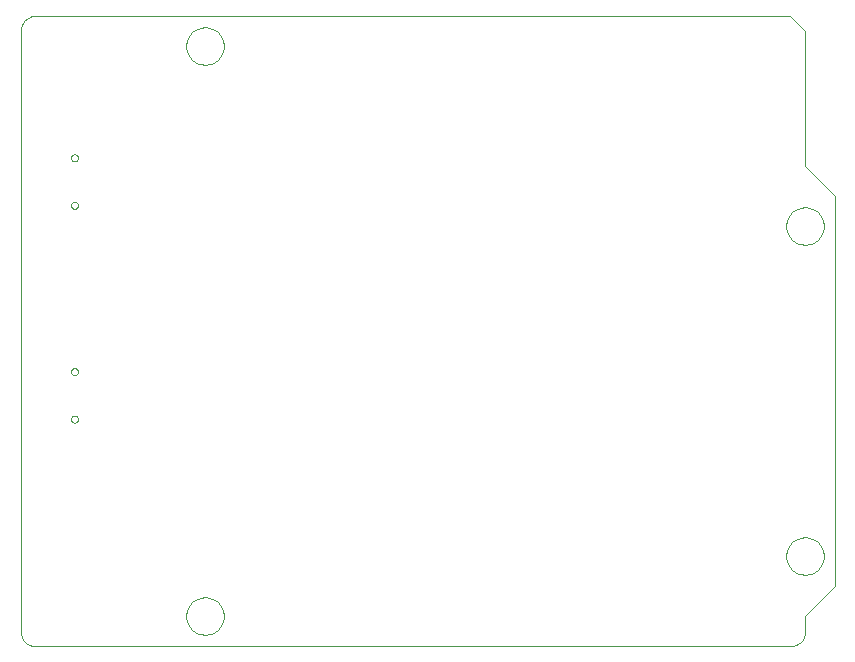
<source format=gbr>
G04 PROTEUS RS274X GERBER FILE*
%FSLAX45Y45*%
%MOMM*%
G01*
%ADD49C,0.025400*%
D49*
X+6800850Y+762000D02*
X+6800320Y+774958D01*
X+6796016Y+800876D01*
X+6787025Y+826794D01*
X+6772380Y+852712D01*
X+6749976Y+878466D01*
X+6724058Y+897958D01*
X+6698140Y+910530D01*
X+6672222Y+917866D01*
X+6646304Y+920694D01*
X+6642100Y+920750D01*
X+6483350Y+762000D02*
X+6483880Y+774958D01*
X+6488184Y+800876D01*
X+6497175Y+826794D01*
X+6511820Y+852712D01*
X+6534224Y+878466D01*
X+6560142Y+897958D01*
X+6586060Y+910530D01*
X+6611978Y+917866D01*
X+6637896Y+920694D01*
X+6642100Y+920750D01*
X+6483350Y+762000D02*
X+6483880Y+749042D01*
X+6488184Y+723124D01*
X+6497175Y+697206D01*
X+6511820Y+671288D01*
X+6534224Y+645534D01*
X+6560142Y+626042D01*
X+6586060Y+613470D01*
X+6611978Y+606134D01*
X+6637896Y+603306D01*
X+6642100Y+603250D01*
X+6800850Y+762000D02*
X+6800320Y+749042D01*
X+6796016Y+723124D01*
X+6787025Y+697206D01*
X+6772380Y+671288D01*
X+6749976Y+645534D01*
X+6724058Y+626042D01*
X+6698140Y+613470D01*
X+6672222Y+606134D01*
X+6646304Y+603306D01*
X+6642100Y+603250D01*
X+6800850Y+3556000D02*
X+6800320Y+3568958D01*
X+6796016Y+3594876D01*
X+6787025Y+3620794D01*
X+6772380Y+3646712D01*
X+6749976Y+3672466D01*
X+6724058Y+3691958D01*
X+6698140Y+3704530D01*
X+6672222Y+3711866D01*
X+6646304Y+3714694D01*
X+6642100Y+3714750D01*
X+6483350Y+3556000D02*
X+6483880Y+3568958D01*
X+6488184Y+3594876D01*
X+6497175Y+3620794D01*
X+6511820Y+3646712D01*
X+6534224Y+3672466D01*
X+6560142Y+3691958D01*
X+6586060Y+3704530D01*
X+6611978Y+3711866D01*
X+6637896Y+3714694D01*
X+6642100Y+3714750D01*
X+6483350Y+3556000D02*
X+6483880Y+3543042D01*
X+6488184Y+3517124D01*
X+6497175Y+3491206D01*
X+6511820Y+3465288D01*
X+6534224Y+3439534D01*
X+6560142Y+3420042D01*
X+6586060Y+3407470D01*
X+6611978Y+3400134D01*
X+6637896Y+3397306D01*
X+6642100Y+3397250D01*
X+6800850Y+3556000D02*
X+6800320Y+3543042D01*
X+6796016Y+3517124D01*
X+6787025Y+3491206D01*
X+6772380Y+3465288D01*
X+6749976Y+3439534D01*
X+6724058Y+3420042D01*
X+6698140Y+3407470D01*
X+6672222Y+3400134D01*
X+6646304Y+3397306D01*
X+6642100Y+3397250D01*
X+1720850Y+5080000D02*
X+1720320Y+5092958D01*
X+1716016Y+5118876D01*
X+1707025Y+5144794D01*
X+1692380Y+5170712D01*
X+1669976Y+5196466D01*
X+1644058Y+5215958D01*
X+1618140Y+5228530D01*
X+1592222Y+5235866D01*
X+1566304Y+5238694D01*
X+1562100Y+5238750D01*
X+1403350Y+5080000D02*
X+1403880Y+5092958D01*
X+1408184Y+5118876D01*
X+1417175Y+5144794D01*
X+1431820Y+5170712D01*
X+1454224Y+5196466D01*
X+1480142Y+5215958D01*
X+1506060Y+5228530D01*
X+1531978Y+5235866D01*
X+1557896Y+5238694D01*
X+1562100Y+5238750D01*
X+1403350Y+5080000D02*
X+1403880Y+5067042D01*
X+1408184Y+5041124D01*
X+1417175Y+5015206D01*
X+1431820Y+4989288D01*
X+1454224Y+4963534D01*
X+1480142Y+4944042D01*
X+1506060Y+4931470D01*
X+1531978Y+4924134D01*
X+1557896Y+4921306D01*
X+1562100Y+4921250D01*
X+1720850Y+5080000D02*
X+1720320Y+5067042D01*
X+1716016Y+5041124D01*
X+1707025Y+5015206D01*
X+1692380Y+4989288D01*
X+1669976Y+4963534D01*
X+1644058Y+4944042D01*
X+1618140Y+4931470D01*
X+1592222Y+4924134D01*
X+1566304Y+4921306D01*
X+1562100Y+4921250D01*
X+1720850Y+254000D02*
X+1720320Y+266958D01*
X+1716016Y+292876D01*
X+1707025Y+318794D01*
X+1692380Y+344712D01*
X+1669976Y+370466D01*
X+1644058Y+389958D01*
X+1618140Y+402530D01*
X+1592222Y+409866D01*
X+1566304Y+412694D01*
X+1562100Y+412750D01*
X+1403350Y+254000D02*
X+1403880Y+266958D01*
X+1408184Y+292876D01*
X+1417175Y+318794D01*
X+1431820Y+344712D01*
X+1454224Y+370466D01*
X+1480142Y+389958D01*
X+1506060Y+402530D01*
X+1531978Y+409866D01*
X+1557896Y+412694D01*
X+1562100Y+412750D01*
X+1403350Y+254000D02*
X+1403880Y+241042D01*
X+1408184Y+215124D01*
X+1417175Y+189206D01*
X+1431820Y+163288D01*
X+1454224Y+137534D01*
X+1480142Y+118042D01*
X+1506060Y+105470D01*
X+1531978Y+98134D01*
X+1557896Y+95306D01*
X+1562100Y+95250D01*
X+1720850Y+254000D02*
X+1720320Y+241042D01*
X+1716016Y+215124D01*
X+1707025Y+189206D01*
X+1692380Y+163288D01*
X+1669976Y+137534D01*
X+1644058Y+118042D01*
X+1618140Y+105470D01*
X+1592222Y+98134D01*
X+1566304Y+95306D01*
X+1562100Y+95250D01*
X+127000Y+0D02*
X+101032Y+2527D01*
X+77018Y+9798D01*
X+55423Y+21347D01*
X+36711Y+36711D01*
X+21348Y+55423D01*
X+9798Y+77018D01*
X+2527Y+101032D01*
X+0Y+127000D01*
X+0Y+5207000D01*
X+2527Y+5232967D01*
X+9798Y+5256981D01*
X+21348Y+5278577D01*
X+36711Y+5297289D01*
X+55423Y+5312652D01*
X+77018Y+5324202D01*
X+101032Y+5331473D01*
X+127000Y+5334000D01*
X+6515100Y+5334000D01*
X+6642100Y+5207000D01*
X+6642100Y+4064000D01*
X+6896100Y+3810000D01*
X+6896100Y+508000D01*
X+6642100Y+254000D01*
X+6642100Y+127000D01*
X+6639573Y+101032D01*
X+6632302Y+77018D01*
X+6620752Y+55423D01*
X+6605389Y+36711D01*
X+6586677Y+21347D01*
X+6565081Y+9798D01*
X+6541067Y+2527D01*
X+6515100Y+0D01*
X+127000Y+0D01*
X+486300Y+2322200D02*
X+486197Y+2324689D01*
X+485355Y+2329669D01*
X+483595Y+2334649D01*
X+480718Y+2339629D01*
X+476317Y+2344545D01*
X+471337Y+2348159D01*
X+466357Y+2350464D01*
X+461377Y+2351767D01*
X+456397Y+2352200D01*
X+456300Y+2352200D01*
X+426300Y+2322200D02*
X+426403Y+2324689D01*
X+427245Y+2329669D01*
X+429005Y+2334649D01*
X+431882Y+2339629D01*
X+436283Y+2344545D01*
X+441263Y+2348159D01*
X+446243Y+2350464D01*
X+451223Y+2351767D01*
X+456203Y+2352200D01*
X+456300Y+2352200D01*
X+426300Y+2322200D02*
X+426403Y+2319711D01*
X+427245Y+2314731D01*
X+429005Y+2309751D01*
X+431882Y+2304771D01*
X+436283Y+2299855D01*
X+441263Y+2296241D01*
X+446243Y+2293936D01*
X+451223Y+2292633D01*
X+456203Y+2292200D01*
X+456300Y+2292200D01*
X+486300Y+2322200D02*
X+486197Y+2319711D01*
X+485355Y+2314731D01*
X+483595Y+2309751D01*
X+480718Y+2304771D01*
X+476317Y+2299855D01*
X+471337Y+2296241D01*
X+466357Y+2293936D01*
X+461377Y+2292633D01*
X+456397Y+2292200D01*
X+456300Y+2292200D01*
X+486300Y+1922200D02*
X+486197Y+1924689D01*
X+485355Y+1929669D01*
X+483595Y+1934649D01*
X+480718Y+1939629D01*
X+476317Y+1944545D01*
X+471337Y+1948159D01*
X+466357Y+1950464D01*
X+461377Y+1951767D01*
X+456397Y+1952200D01*
X+456300Y+1952200D01*
X+426300Y+1922200D02*
X+426403Y+1924689D01*
X+427245Y+1929669D01*
X+429005Y+1934649D01*
X+431882Y+1939629D01*
X+436283Y+1944545D01*
X+441263Y+1948159D01*
X+446243Y+1950464D01*
X+451223Y+1951767D01*
X+456203Y+1952200D01*
X+456300Y+1952200D01*
X+426300Y+1922200D02*
X+426403Y+1919711D01*
X+427245Y+1914731D01*
X+429005Y+1909751D01*
X+431882Y+1904771D01*
X+436283Y+1899855D01*
X+441263Y+1896241D01*
X+446243Y+1893936D01*
X+451223Y+1892633D01*
X+456203Y+1892200D01*
X+456300Y+1892200D01*
X+486300Y+1922200D02*
X+486197Y+1919711D01*
X+485355Y+1914731D01*
X+483595Y+1909751D01*
X+480718Y+1904771D01*
X+476317Y+1899855D01*
X+471337Y+1896241D01*
X+466357Y+1893936D01*
X+461377Y+1892633D01*
X+456397Y+1892200D01*
X+456300Y+1892200D01*
X+486300Y+3732900D02*
X+486197Y+3735389D01*
X+485355Y+3740369D01*
X+483595Y+3745349D01*
X+480718Y+3750329D01*
X+476317Y+3755245D01*
X+471337Y+3758859D01*
X+466357Y+3761164D01*
X+461377Y+3762467D01*
X+456397Y+3762900D01*
X+456300Y+3762900D01*
X+426300Y+3732900D02*
X+426403Y+3735389D01*
X+427245Y+3740369D01*
X+429005Y+3745349D01*
X+431882Y+3750329D01*
X+436283Y+3755245D01*
X+441263Y+3758859D01*
X+446243Y+3761164D01*
X+451223Y+3762467D01*
X+456203Y+3762900D01*
X+456300Y+3762900D01*
X+426300Y+3732900D02*
X+426403Y+3730411D01*
X+427245Y+3725431D01*
X+429005Y+3720451D01*
X+431882Y+3715471D01*
X+436283Y+3710555D01*
X+441263Y+3706941D01*
X+446243Y+3704636D01*
X+451223Y+3703333D01*
X+456203Y+3702900D01*
X+456300Y+3702900D01*
X+486300Y+3732900D02*
X+486197Y+3730411D01*
X+485355Y+3725431D01*
X+483595Y+3720451D01*
X+480718Y+3715471D01*
X+476317Y+3710555D01*
X+471337Y+3706941D01*
X+466357Y+3704636D01*
X+461377Y+3703333D01*
X+456397Y+3702900D01*
X+456300Y+3702900D01*
X+486300Y+4132900D02*
X+486197Y+4135389D01*
X+485355Y+4140369D01*
X+483595Y+4145349D01*
X+480718Y+4150329D01*
X+476317Y+4155245D01*
X+471337Y+4158859D01*
X+466357Y+4161164D01*
X+461377Y+4162467D01*
X+456397Y+4162900D01*
X+456300Y+4162900D01*
X+426300Y+4132900D02*
X+426403Y+4135389D01*
X+427245Y+4140369D01*
X+429005Y+4145349D01*
X+431882Y+4150329D01*
X+436283Y+4155245D01*
X+441263Y+4158859D01*
X+446243Y+4161164D01*
X+451223Y+4162467D01*
X+456203Y+4162900D01*
X+456300Y+4162900D01*
X+426300Y+4132900D02*
X+426403Y+4130411D01*
X+427245Y+4125431D01*
X+429005Y+4120451D01*
X+431882Y+4115471D01*
X+436283Y+4110555D01*
X+441263Y+4106941D01*
X+446243Y+4104636D01*
X+451223Y+4103333D01*
X+456203Y+4102900D01*
X+456300Y+4102900D01*
X+486300Y+4132900D02*
X+486197Y+4130411D01*
X+485355Y+4125431D01*
X+483595Y+4120451D01*
X+480718Y+4115471D01*
X+476317Y+4110555D01*
X+471337Y+4106941D01*
X+466357Y+4104636D01*
X+461377Y+4103333D01*
X+456397Y+4102900D01*
X+456300Y+4102900D01*
M02*

</source>
